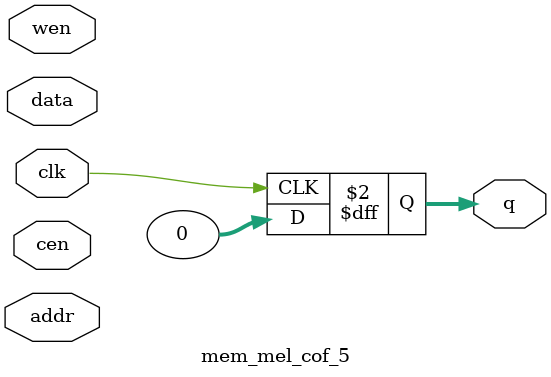
<source format=v>
module mem_mel_cof_5 (clk, addr, cen, wen, data, q);
parameter DATA_WIDTH =  32;
input clk;
input [11:0] addr;// Note
input cen;
input wen;
input [DATA_WIDTH-1:0]data;
output [DATA_WIDTH-1:0] q;
reg    [DATA_WIDTH-1:0] q;
always@(posedge clk) begin
    case(addr)
        default: q <= 0;
    endcase
end
endmodule

</source>
